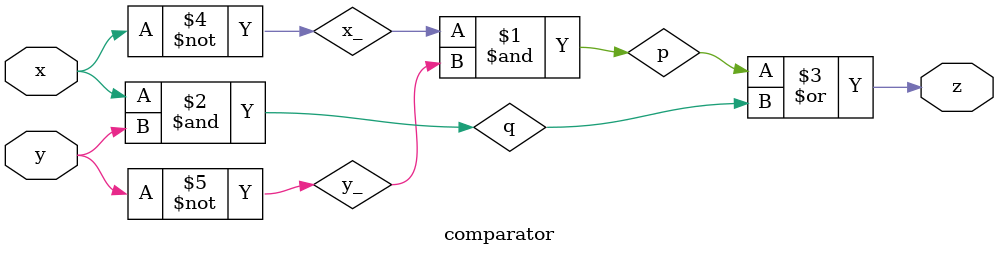
<source format=v>
module comparator(
    input x,
    input y,
    output z
);
wire x_,y_,p,q;
not(x_,x);
not(y_,y);
and(p,x_,y_);
and(q,x,y);
or(z,p,q);

endmodule
</source>
